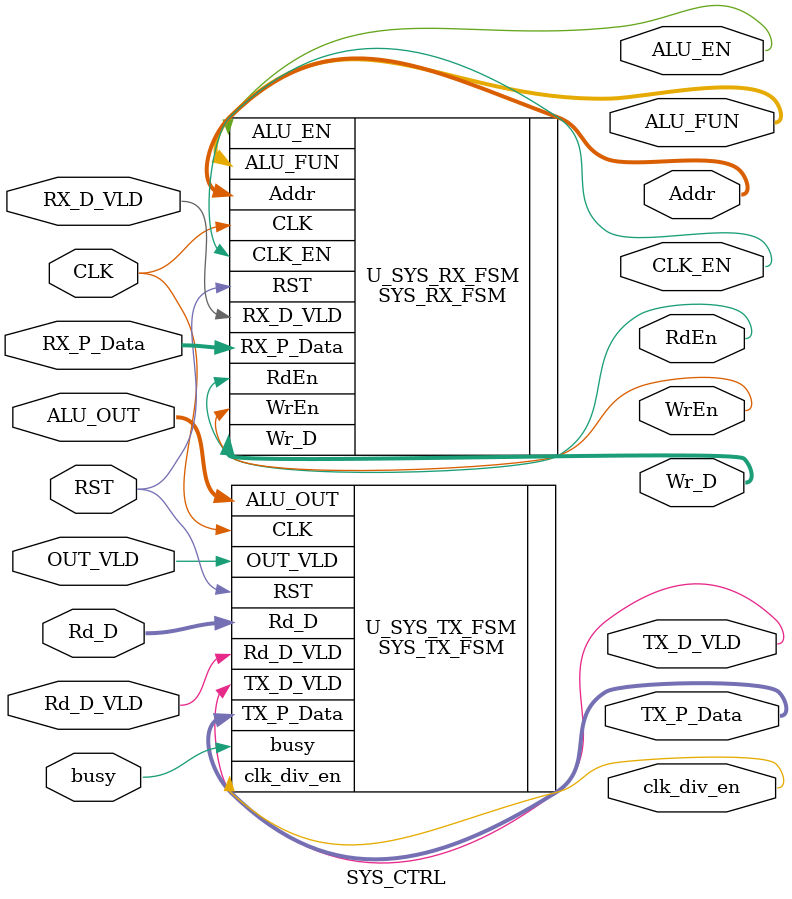
<source format=v>
module SYS_CTRL # ( parameter Width = 8 , Depth = 16)
(
input                                  CLK,
input                                  RST,
input           [Width-1:0]            RX_P_Data,
input                                  RX_D_VLD,
input           [Width-1:0]            Rd_D,
input                                  Rd_D_VLD,
input                                  busy,
input           [2*Width-1:0]          ALU_OUT,
input                                  OUT_VLD,
output                                 WrEn,
output                                 RdEn,
output          [$clog2(Depth)-1:0]    Addr,
output          [Width-1:0]            Wr_D,
output          [3:0]                  ALU_FUN,
output                                 ALU_EN,
output                                 CLK_EN,
output          [Width-1:0]            TX_P_Data,
output                                 TX_D_VLD,
output                                 clk_div_en
);


SYS_RX_FSM # ( .Width(Width) , .Depth(Depth) ) U_SYS_RX_FSM (
.RX_P_Data(RX_P_Data),
.RX_D_VLD(RX_D_VLD),
.CLK(CLK),
.RST(RST),
.WrEn(WrEn),
.RdEn(RdEn),
.Addr(Addr),
.Wr_D(Wr_D),
.ALU_FUN(ALU_FUN),
.ALU_EN(ALU_EN),
.CLK_EN(CLK_EN)
);


SYS_TX_FSM # ( .Width(Width) ) U_SYS_TX_FSM (
.Rd_D(Rd_D),
.Rd_D_VLD(Rd_D_VLD),
.CLK(CLK),
.RST(RST),
.busy(busy),
.ALU_OUT(ALU_OUT),
.OUT_VLD(OUT_VLD),
.TX_P_Data(TX_P_Data),
.TX_D_VLD(TX_D_VLD),
.clk_div_en(clk_div_en)
);
    
endmodule
</source>
